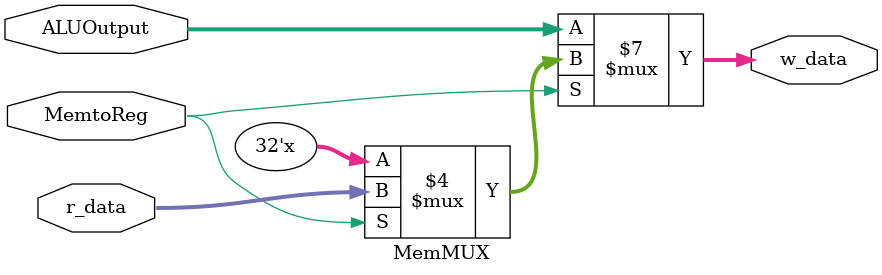
<source format=v>
`timescale 1ns / 1ps

module MemMUX(
    r_data,
    ALUOutput,
    MemtoReg,
    w_data
);
  
  input [31:0] r_data;
  input [31:0] ALUOutput;
  input MemtoReg;
  output reg [31:0] w_data;
  
  always @(MemtoReg, r_data, ALUOutput)
    begin
      if(MemtoReg == 0)
        w_data <= ALUOutput;
      else if(MemtoReg == 1)
        w_data <= r_data;
    end
endmodule

</source>
